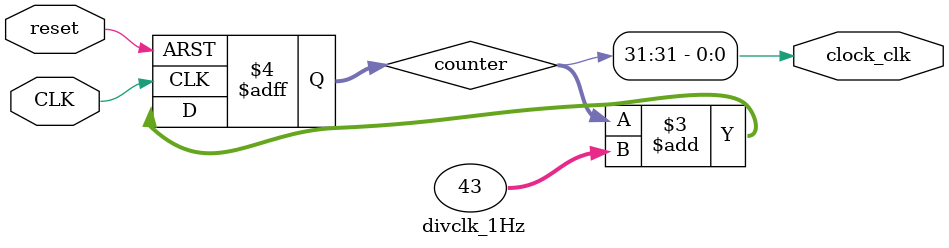
<source format=v>
`timescale 1ns / 1ns
module divclk_1Hz(
    input CLK, reset,
    output clock_clk
    );
reg [31:0]counter;
always@(posedge CLK, negedge reset)begin
    if(!reset) counter<=0;
    else begin
        counter = counter + 43;
    end
end
//assign clock_clk = counter[15]; 
assign clock_clk = counter[31];
endmodule

</source>
